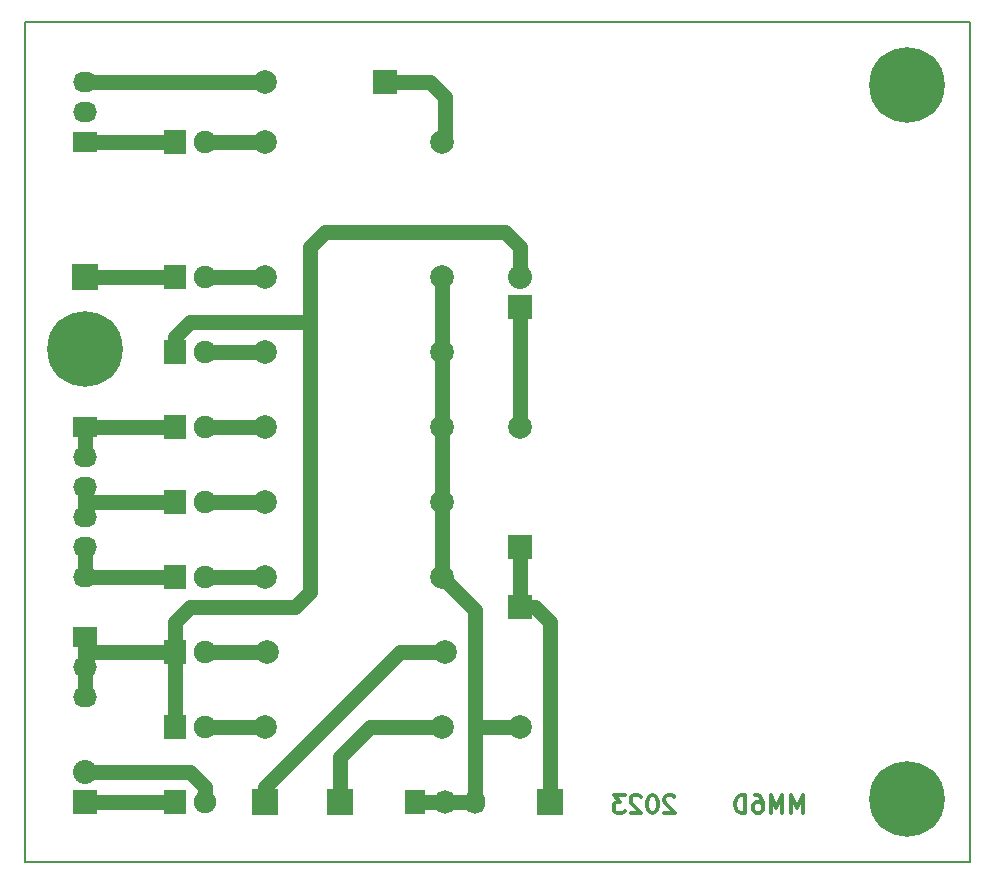
<source format=gbr>
G04 #@! TF.GenerationSoftware,KiCad,Pcbnew,5.1.5+dfsg1-2build2*
G04 #@! TF.CreationDate,2024-04-23T22:37:31+02:00*
G04 #@! TF.ProjectId,display,64697370-6c61-4792-9e6b-696361645f70,231006*
G04 #@! TF.SameCoordinates,Original*
G04 #@! TF.FileFunction,Copper,L2,Bot*
G04 #@! TF.FilePolarity,Positive*
%FSLAX46Y46*%
G04 Gerber Fmt 4.6, Leading zero omitted, Abs format (unit mm)*
G04 Created by KiCad (PCBNEW 5.1.5+dfsg1-2build2) date 2024-04-23 22:37:31*
%MOMM*%
%LPD*%
G04 APERTURE LIST*
%ADD10C,0.300000*%
%ADD11C,0.150000*%
%ADD12C,6.400000*%
%ADD13R,2.032000X2.032000*%
%ADD14O,2.032000X2.032000*%
%ADD15R,1.900000X2.000000*%
%ADD16C,1.900000*%
%ADD17C,1.998980*%
%ADD18R,1.998980X1.998980*%
%ADD19R,2.235200X2.235200*%
%ADD20R,2.032000X1.727200*%
%ADD21O,2.032000X1.727200*%
%ADD22R,1.727200X2.032000*%
%ADD23O,1.727200X2.032000*%
%ADD24C,1.270000*%
G04 APERTURE END LIST*
D10*
X171032285Y-125138571D02*
X171032285Y-123638571D01*
X170532285Y-124710000D01*
X170032285Y-123638571D01*
X170032285Y-125138571D01*
X169318000Y-125138571D02*
X169318000Y-123638571D01*
X168818000Y-124710000D01*
X168318000Y-123638571D01*
X168318000Y-125138571D01*
X166960857Y-123638571D02*
X167246571Y-123638571D01*
X167389428Y-123710000D01*
X167460857Y-123781428D01*
X167603714Y-123995714D01*
X167675142Y-124281428D01*
X167675142Y-124852857D01*
X167603714Y-124995714D01*
X167532285Y-125067142D01*
X167389428Y-125138571D01*
X167103714Y-125138571D01*
X166960857Y-125067142D01*
X166889428Y-124995714D01*
X166818000Y-124852857D01*
X166818000Y-124495714D01*
X166889428Y-124352857D01*
X166960857Y-124281428D01*
X167103714Y-124210000D01*
X167389428Y-124210000D01*
X167532285Y-124281428D01*
X167603714Y-124352857D01*
X167675142Y-124495714D01*
X166175142Y-125138571D02*
X166175142Y-123638571D01*
X165818000Y-123638571D01*
X165603714Y-123710000D01*
X165460857Y-123852857D01*
X165389428Y-123995714D01*
X165318000Y-124281428D01*
X165318000Y-124495714D01*
X165389428Y-124781428D01*
X165460857Y-124924285D01*
X165603714Y-125067142D01*
X165818000Y-125138571D01*
X166175142Y-125138571D01*
X160175142Y-123781428D02*
X160103714Y-123710000D01*
X159960857Y-123638571D01*
X159603714Y-123638571D01*
X159460857Y-123710000D01*
X159389428Y-123781428D01*
X159318000Y-123924285D01*
X159318000Y-124067142D01*
X159389428Y-124281428D01*
X160246571Y-125138571D01*
X159318000Y-125138571D01*
X158389428Y-123638571D02*
X158246571Y-123638571D01*
X158103714Y-123710000D01*
X158032285Y-123781428D01*
X157960857Y-123924285D01*
X157889428Y-124210000D01*
X157889428Y-124567142D01*
X157960857Y-124852857D01*
X158032285Y-124995714D01*
X158103714Y-125067142D01*
X158246571Y-125138571D01*
X158389428Y-125138571D01*
X158532285Y-125067142D01*
X158603714Y-124995714D01*
X158675142Y-124852857D01*
X158746571Y-124567142D01*
X158746571Y-124210000D01*
X158675142Y-123924285D01*
X158603714Y-123781428D01*
X158532285Y-123710000D01*
X158389428Y-123638571D01*
X157318000Y-123781428D02*
X157246571Y-123710000D01*
X157103714Y-123638571D01*
X156746571Y-123638571D01*
X156603714Y-123710000D01*
X156532285Y-123781428D01*
X156460857Y-123924285D01*
X156460857Y-124067142D01*
X156532285Y-124281428D01*
X157389428Y-125138571D01*
X156460857Y-125138571D01*
X155960857Y-123638571D02*
X155032285Y-123638571D01*
X155532285Y-124210000D01*
X155318000Y-124210000D01*
X155175142Y-124281428D01*
X155103714Y-124352857D01*
X155032285Y-124495714D01*
X155032285Y-124852857D01*
X155103714Y-124995714D01*
X155175142Y-125067142D01*
X155318000Y-125138571D01*
X155746571Y-125138571D01*
X155889428Y-125067142D01*
X155960857Y-124995714D01*
D11*
X185166000Y-129286000D02*
X148336000Y-129286000D01*
X185166000Y-58166000D02*
X185166000Y-129286000D01*
X105156000Y-58166000D02*
X185166000Y-58166000D01*
X105156000Y-63246000D02*
X105156000Y-58166000D01*
X105156000Y-63246000D02*
X105156000Y-129286000D01*
X105156000Y-129286000D02*
X148336000Y-129286000D01*
X105156000Y-124206000D02*
X105156000Y-129286000D01*
D12*
X179832000Y-63500000D03*
D13*
X147066000Y-82296000D03*
D14*
X147066000Y-79756000D03*
D15*
X117856000Y-68326000D03*
D16*
X120396000Y-68326000D03*
D15*
X117856000Y-79756000D03*
D16*
X120396000Y-79756000D03*
D15*
X117856000Y-86106000D03*
D16*
X120396000Y-86106000D03*
D15*
X117856000Y-92456000D03*
D16*
X120396000Y-92456000D03*
D15*
X117856000Y-98806000D03*
D16*
X120396000Y-98806000D03*
D15*
X117856000Y-105156000D03*
D16*
X120396000Y-105156000D03*
D15*
X117856000Y-111506000D03*
D16*
X120396000Y-111506000D03*
D15*
X117856000Y-117856000D03*
D16*
X120396000Y-117856000D03*
D15*
X117856000Y-124206000D03*
D16*
X120396000Y-124206000D03*
D17*
X147068540Y-117856000D03*
D18*
X147068540Y-107696000D03*
D17*
X147063460Y-92456000D03*
D18*
X147063460Y-102616000D03*
D17*
X125476000Y-63248540D03*
D18*
X135636000Y-63248540D03*
D13*
X110236000Y-124206000D03*
D14*
X110236000Y-121666000D03*
D19*
X149606000Y-124206000D03*
X110236000Y-79756000D03*
D20*
X110236000Y-92456000D03*
D21*
X110236000Y-94996000D03*
X110236000Y-97536000D03*
X110236000Y-100076000D03*
X110236000Y-102616000D03*
X110236000Y-105156000D03*
D22*
X138176000Y-124206000D03*
D23*
X140716000Y-124206000D03*
X143256000Y-124206000D03*
D20*
X110236000Y-110236000D03*
D21*
X110236000Y-112776000D03*
X110236000Y-115316000D03*
D19*
X125476000Y-124206000D03*
X131826000Y-124206000D03*
D17*
X125476000Y-68326000D03*
X140476000Y-68326000D03*
X125476000Y-79756000D03*
X140476000Y-79756000D03*
X125476000Y-86106000D03*
X140476000Y-86106000D03*
X125476000Y-92456000D03*
X140476000Y-92456000D03*
X125476000Y-98806000D03*
X140476000Y-98806000D03*
X125476000Y-105156000D03*
X140476000Y-105156000D03*
X140716000Y-111506000D03*
X125716000Y-111506000D03*
X125476000Y-117856000D03*
X140476000Y-117856000D03*
D20*
X110236000Y-68326000D03*
D21*
X110236000Y-65786000D03*
X110236000Y-63246000D03*
D12*
X179832000Y-123952000D03*
X110236000Y-85852000D03*
D24*
X147063460Y-92456000D02*
X147063460Y-82298540D01*
X147063460Y-82298540D02*
X147066000Y-82296000D01*
X126746000Y-83566000D02*
X129286000Y-83566000D01*
X129286000Y-86106000D02*
X129286000Y-83566000D01*
X129286000Y-83566000D02*
X129286000Y-77216000D01*
X129286000Y-77216000D02*
X130556000Y-75946000D01*
X130556000Y-75946000D02*
X145796000Y-75946000D01*
X145796000Y-75946000D02*
X147066000Y-77216000D01*
X147066000Y-77216000D02*
X147066000Y-79756000D01*
X117856000Y-111506000D02*
X110236000Y-111506000D01*
X110236000Y-115316000D02*
X110236000Y-111506000D01*
X110236000Y-111506000D02*
X110236000Y-110236000D01*
X117856000Y-86106000D02*
X117856000Y-84836000D01*
X117856000Y-108966000D02*
X117856000Y-117856000D01*
X119126000Y-107696000D02*
X117856000Y-108966000D01*
X128016000Y-107696000D02*
X119126000Y-107696000D01*
X129286000Y-106426000D02*
X128016000Y-107696000D01*
X129286000Y-86106000D02*
X129286000Y-106426000D01*
X119126000Y-83566000D02*
X126746000Y-83566000D01*
X117856000Y-84836000D02*
X119126000Y-83566000D01*
X110236000Y-68326000D02*
X117856000Y-68326000D01*
X120396000Y-68326000D02*
X125476000Y-68326000D01*
X117856000Y-79756000D02*
X110236000Y-79756000D01*
X120396000Y-79756000D02*
X125476000Y-79756000D01*
X120396000Y-86106000D02*
X125476000Y-86106000D01*
X110236000Y-94996000D02*
X110236000Y-92456000D01*
X110236000Y-92456000D02*
X117856000Y-92456000D01*
X125476000Y-92456000D02*
X120396000Y-92456000D01*
X117856000Y-98806000D02*
X110236000Y-98806000D01*
X110236000Y-100076000D02*
X110236000Y-98806000D01*
X110236000Y-98806000D02*
X110236000Y-97536000D01*
X125476000Y-98806000D02*
X120396000Y-98806000D01*
X117856000Y-105156000D02*
X110236000Y-105156000D01*
X110236000Y-105156000D02*
X110236000Y-102616000D01*
X120396000Y-105156000D02*
X125476000Y-105156000D01*
X125716000Y-111506000D02*
X120396000Y-111506000D01*
X125476000Y-117856000D02*
X120396000Y-117856000D01*
X110236000Y-124206000D02*
X117856000Y-124206000D01*
X110236000Y-121666000D02*
X119126000Y-121666000D01*
X119126000Y-121666000D02*
X120396000Y-122936000D01*
X120396000Y-122936000D02*
X120396000Y-124206000D01*
X147068540Y-117856000D02*
X143256000Y-117856000D01*
X143256000Y-124206000D02*
X143256000Y-117856000D01*
X143256000Y-117856000D02*
X143256000Y-107936000D01*
X143256000Y-107936000D02*
X140476000Y-105156000D01*
X138176000Y-124206000D02*
X143256000Y-124206000D01*
X140476000Y-79756000D02*
X140476000Y-102616000D01*
X140476000Y-102616000D02*
X140476000Y-105156000D01*
X147068540Y-107696000D02*
X148336000Y-107696000D01*
X149606000Y-108966000D02*
X149606000Y-124206000D01*
X148336000Y-107696000D02*
X149606000Y-108966000D01*
X147068540Y-107696000D02*
X147068540Y-102621080D01*
X147068540Y-102621080D02*
X147063460Y-102616000D01*
X110236000Y-63246000D02*
X125473460Y-63246000D01*
X125473460Y-63246000D02*
X125476000Y-63248540D01*
X125473460Y-63246000D02*
X125476000Y-63248540D01*
X135636000Y-63248540D02*
X139443460Y-63248540D01*
X140710920Y-64516000D02*
X140710920Y-68091080D01*
X139443460Y-63248540D02*
X140710920Y-64516000D01*
X140710920Y-68091080D02*
X140476000Y-68326000D01*
X125476000Y-124206000D02*
X125476000Y-122936000D01*
X136906000Y-111506000D02*
X140716000Y-111506000D01*
X125476000Y-122936000D02*
X136906000Y-111506000D01*
X131826000Y-124206000D02*
X131826000Y-120396000D01*
X134366000Y-117856000D02*
X140476000Y-117856000D01*
X131826000Y-120396000D02*
X134366000Y-117856000D01*
M02*

</source>
